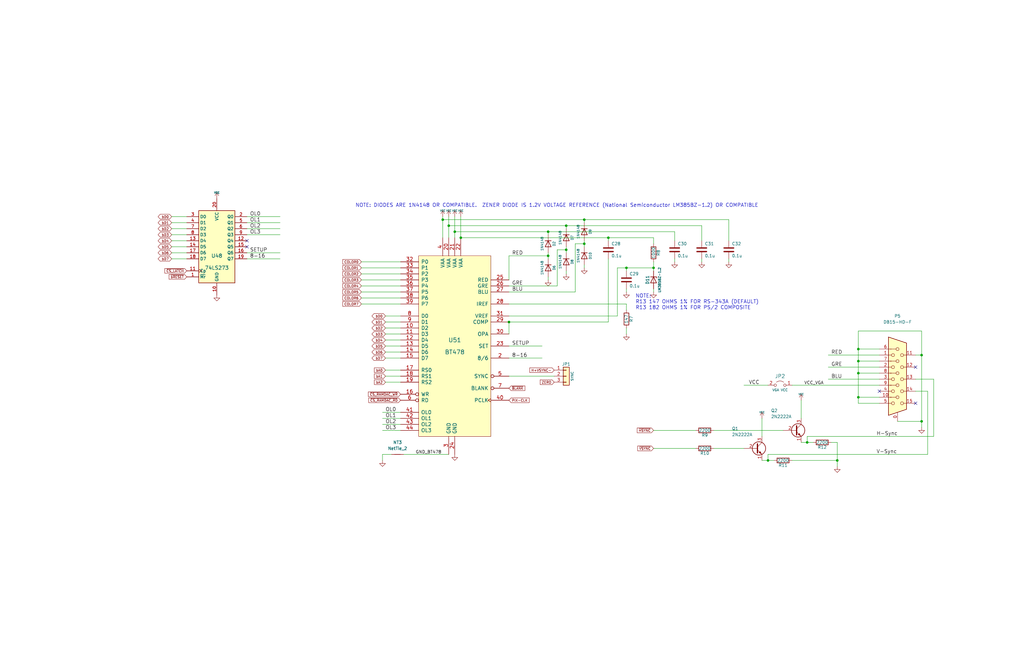
<source format=kicad_sch>
(kicad_sch (version 20211123) (generator eeschema)
  (paper "B")
  (lib_symbols
    (symbol "74xx:74LS273"
      (property "Reference" "U" (at -7.62 16.51 0))
      (property "Value" "74LS273" (at -7.62 -16.51 0))
      (symbol "74LS273_1_0"
        (pin input line (at -12.7 -12.7 0) (length 5.08) (name "~{Mr}") (number "1"))
        (pin power_in line (at 0 -20.32 90) (length 5.08) (name "GND") (number "10"))
        (pin input clock (at -12.7 -10.16 0) (length 5.08) (name "Cp") (number "11"))
        (pin output line (at 12.7 2.54 180) (length 5.08) (name "Q4") (number "12"))
        (pin input line (at -12.7 2.54 0) (length 5.08) (name "D4") (number "13"))
        (pin input line (at -12.7 0 0) (length 5.08) (name "D5") (number "14"))
        (pin output line (at 12.7 0 180) (length 5.08) (name "Q5") (number "15"))
        (pin output line (at 12.7 -2.54 180) (length 5.08) (name "Q6") (number "16"))
        (pin input line (at -12.7 -2.54 0) (length 5.08) (name "D6") (number "17"))
        (pin input line (at -12.7 -5.08 0) (length 5.08) (name "D7") (number "18"))
        (pin output line (at 12.7 -5.08 180) (length 5.08) (name "Q7") (number "19"))
        (pin output line (at 12.7 12.7 180) (length 5.08) (name "Q0") (number "2"))
        (pin power_in line (at 0 20.32 270) (length 5.08) (name "VCC") (number "20"))
        (pin input line (at -12.7 12.7 0) (length 5.08) (name "D0") (number "3"))
        (pin input line (at -12.7 10.16 0) (length 5.08) (name "D1") (number "4"))
        (pin output line (at 12.7 10.16 180) (length 5.08) (name "Q1") (number "5"))
        (pin output line (at 12.7 7.62 180) (length 5.08) (name "Q2") (number "6"))
        (pin input line (at -12.7 7.62 0) (length 5.08) (name "D2") (number "7"))
        (pin input line (at -12.7 5.08 0) (length 5.08) (name "D3") (number "8"))
        (pin output line (at 12.7 5.08 180) (length 5.08) (name "Q3") (number "9"))
      )
      (symbol "74LS273_1_1"
        (rectangle (start -7.62 15.24) (end 7.62 -15.24) (stroke (width 0.254)) (fill (type background)))
      )
    )
    (symbol "BT478:BT478-brooktre1" (pin_names (offset 1.016))
      (property "Reference" "U?" (at 0 2.54 0))
      (property "Value" "BT478-brooktre1" (at 0 -2.54 0))
      (symbol "BT478-brooktre1_0_1"
        (rectangle (start -15.24 -38.1) (end 15.24 38.1) (fill (type background)))
      )
      (symbol "BT478-brooktre1_1_1"
        (pin no_connect line (at 17.78 -29.21 180) (length 2.54) hide (name "NC") (number "1"))
        (pin input line (at -22.86 7.62 0) (length 7.62) (name "D2") (number "10"))
        (pin input line (at -22.86 5.08 0) (length 7.62) (name "D3") (number "11"))
        (pin input line (at -22.86 2.54 0) (length 7.62) (name "D4") (number "12"))
        (pin input line (at -22.86 0 0) (length 7.62) (name "D5") (number "13"))
        (pin input line (at -22.86 -2.54 0) (length 7.62) (name "D6") (number "14"))
        (pin input line (at -22.86 -5.08 0) (length 7.62) (name "D7") (number "15"))
        (pin input inverted (at -22.86 -20.32 0) (length 7.62) (name "WR") (number "16"))
        (pin input line (at -22.86 -10.16 0) (length 7.62) (name "RS0") (number "17"))
        (pin input line (at -22.86 -12.7 0) (length 7.62) (name "RS1") (number "18"))
        (pin input line (at -22.86 -15.24 0) (length 7.62) (name "RS2") (number "19"))
        (pin input line (at 22.86 -5.08 180) (length 7.62) (name "8/6") (number "2"))
        (pin input line (at -2.54 45.72 270) (length 7.62) (name "VAA") (number "20"))
        (pin input line (at 0 45.72 270) (length 7.62) (name "VAA") (number "21"))
        (pin input line (at 2.54 45.72 270) (length 7.62) (name "VAA") (number "22"))
        (pin input line (at 22.86 0 180) (length 7.62) (name "SET") (number "23"))
        (pin input line (at 0 -45.72 90) (length 7.62) (name "GND") (number "24"))
        (pin output line (at 22.86 27.94 180) (length 7.62) (name "RED") (number "25"))
        (pin output line (at 22.86 25.4 180) (length 7.62) (name "GRE") (number "26"))
        (pin output line (at 22.86 22.86 180) (length 7.62) (name "BLU") (number "27"))
        (pin input line (at 22.86 17.78 180) (length 7.62) (name "IREF") (number "28"))
        (pin input line (at 22.86 10.16 180) (length 7.62) (name "COMP") (number "29"))
        (pin input line (at -2.54 -45.72 90) (length 7.62) (name "GND") (number "3"))
        (pin output line (at 22.86 5.08 180) (length 7.62) (name "OPA") (number "30"))
        (pin input line (at 22.86 12.7 180) (length 7.62) (name "VREF") (number "31"))
        (pin input line (at -22.86 35.56 0) (length 7.62) (name "P0") (number "32"))
        (pin input line (at -22.86 33.02 0) (length 7.62) (name "P1") (number "33"))
        (pin input line (at -22.86 30.48 0) (length 7.62) (name "P2") (number "34"))
        (pin input line (at -22.86 27.94 0) (length 7.62) (name "P3") (number "35"))
        (pin input line (at -22.86 25.4 0) (length 7.62) (name "P4") (number "36"))
        (pin input line (at -22.86 22.86 0) (length 7.62) (name "P5") (number "37"))
        (pin input line (at -22.86 20.32 0) (length 7.62) (name "P6") (number "38"))
        (pin input line (at -22.86 17.78 0) (length 7.62) (name "P7") (number "39"))
        (pin input line (at -5.08 45.72 270) (length 7.62) (name "VAA") (number "4"))
        (pin input clock (at 22.86 -22.86 180) (length 7.62) (name "PCLK") (number "40"))
        (pin input line (at -22.86 -27.94 0) (length 7.62) (name "OL0") (number "41"))
        (pin input line (at -22.86 -30.48 0) (length 7.62) (name "OL1") (number "42"))
        (pin input line (at -22.86 -33.02 0) (length 7.62) (name "OL2") (number "43"))
        (pin input line (at -22.86 -35.56 0) (length 7.62) (name "OL3") (number "44"))
        (pin input inverted (at 22.86 -12.7 180) (length 7.62) (name "SYNC") (number "5"))
        (pin input inverted (at -22.86 -22.86 0) (length 7.62) (name "RD") (number "6"))
        (pin input inverted (at 22.86 -17.78 180) (length 7.62) (name "BLANK") (number "7"))
        (pin input line (at -22.86 12.7 0) (length 7.62) (name "D0") (number "8"))
        (pin input line (at -22.86 10.16 0) (length 7.62) (name "D1") (number "9"))
      )
    )
    (symbol "Connector:DB15_Female_HighDensity_MountingHoles" (pin_names (offset 1.016) hide)
      (property "Reference" "J" (at 0 21.59 0))
      (property "Value" "DB15_Female_HighDensity_MountingHoles" (at 0 19.05 0))
      (symbol "DB15_Female_HighDensity_MountingHoles_0_1"
        (circle (center -1.905 -10.16) (radius 0.635))
        (circle (center -1.905 -5.08) (radius 0.635))
        (circle (center -1.905 0) (radius 0.635))
        (circle (center -1.905 5.08) (radius 0.635))
        (circle (center -1.905 10.16) (radius 0.635))
        (circle (center 0 -7.62) (radius 0.635))
        (circle (center 0 -2.54) (radius 0.635))
        (polyline (pts (xy -3.175 7.62) (xy -0.635 7.62)))
        (polyline (pts (xy -0.635 -7.62) (xy -3.175 -7.62)))
        (polyline (pts (xy -0.635 -2.54) (xy -3.175 -2.54)))
        (polyline (pts (xy -0.635 2.54) (xy -3.175 2.54)))
        (polyline (pts (xy -0.635 12.7) (xy -3.175 12.7)))
        (polyline (pts (xy -3.81 17.78) (xy -3.81 -15.24) (xy 3.81 -12.7) (xy 3.81 15.24) (xy -3.81 17.78)) (stroke (width 0.254)) (fill (type background)))
        (circle (center 0 2.54) (radius 0.635))
        (circle (center 0 7.62) (radius 0.635))
        (circle (center 0 12.7) (radius 0.635))
        (circle (center 1.905 -10.16) (radius 0.635))
        (circle (center 1.905 -5.08) (radius 0.635))
        (circle (center 1.905 0) (radius 0.635))
        (circle (center 1.905 5.08) (radius 0.635))
        (circle (center 1.905 10.16) (radius 0.635))
      )
      (symbol "DB15_Female_HighDensity_MountingHoles_1_1"
        (pin passive line (at 0 -17.78 90) (length 3.81) (name "~") (number "0"))
        (pin passive line (at -7.62 10.16 0) (length 5.08) (name "~") (number "1"))
        (pin passive line (at -7.62 -7.62 0) (length 5.08) (name "~") (number "10"))
        (pin passive line (at 7.62 10.16 180) (length 5.08) (name "~") (number "11"))
        (pin passive line (at 7.62 5.08 180) (length 5.08) (name "~") (number "12"))
        (pin passive line (at 7.62 0 180) (length 5.08) (name "~") (number "13"))
        (pin passive line (at 7.62 -5.08 180) (length 5.08) (name "~") (number "14"))
        (pin passive line (at 7.62 -10.16 180) (length 5.08) (name "~") (number "15"))
        (pin passive line (at -7.62 5.08 0) (length 5.08) (name "~") (number "2"))
        (pin passive line (at -7.62 0 0) (length 5.08) (name "~") (number "3"))
        (pin passive line (at -7.62 -5.08 0) (length 5.08) (name "~") (number "4"))
        (pin passive line (at -7.62 -10.16 0) (length 5.08) (name "~") (number "5"))
        (pin passive line (at -7.62 12.7 0) (length 5.08) (name "~") (number "6"))
        (pin passive line (at -7.62 7.62 0) (length 5.08) (name "~") (number "7"))
        (pin passive line (at -7.62 2.54 0) (length 5.08) (name "~") (number "8"))
        (pin passive line (at -7.62 -2.54 0) (length 5.08) (name "~") (number "9"))
      )
    )
    (symbol "Connector_Generic:Conn_01x03" (pin_names (offset 1.016) hide)
      (property "Reference" "J" (at 0 5.08 0))
      (property "Value" "Conn_01x03" (at 0 -5.08 0))
      (symbol "Conn_01x03_1_1"
        (rectangle (start -1.27 -2.413) (end 0 -2.667) (stroke (width 0.1524)))
        (rectangle (start -1.27 0.127) (end 0 -0.127) (stroke (width 0.1524)))
        (rectangle (start -1.27 2.667) (end 0 2.413) (stroke (width 0.1524)))
        (rectangle (start -1.27 3.81) (end 1.27 -3.81) (stroke (width 0.254)) (fill (type background)))
        (pin passive line (at -5.08 2.54 0) (length 3.81) (name "Pin_1") (number "1"))
        (pin passive line (at -5.08 0 0) (length 3.81) (name "Pin_2") (number "2"))
        (pin passive line (at -5.08 -2.54 0) (length 3.81) (name "Pin_3") (number "3"))
      )
    )
    (symbol "Device:C" (pin_numbers hide) (pin_names (offset 0.254))
      (property "Reference" "C" (at 0.635 2.54 0))
      (property "Value" "C" (at 0.635 -2.54 0))
      (symbol "C_0_1"
        (polyline (pts (xy -2.032 -0.762) (xy 2.032 -0.762)) (stroke (width 0.508)))
        (polyline (pts (xy -2.032 0.762) (xy 2.032 0.762)) (stroke (width 0.508)))
      )
      (symbol "C_1_1"
        (pin passive line (at 0 3.81 270) (length 2.794) (name "~") (number "1"))
        (pin passive line (at 0 -3.81 90) (length 2.794) (name "~") (number "2"))
      )
    )
    (symbol "Device:D" (pin_numbers hide) (pin_names (offset 1.016) hide)
      (property "Reference" "D" (at 0 2.54 0))
      (property "Value" "D" (at 0 -2.54 0))
      (symbol "D_0_1"
        (polyline (pts (xy -1.27 1.27) (xy -1.27 -1.27)) (stroke (width 0.254)))
        (polyline (pts (xy 1.27 0) (xy -1.27 0)))
        (polyline (pts (xy 1.27 1.27) (xy 1.27 -1.27) (xy -1.27 0) (xy 1.27 1.27)) (stroke (width 0.254)))
      )
      (symbol "D_1_1"
        (pin passive line (at -3.81 0 0) (length 2.54) (name "K") (number "1"))
        (pin passive line (at 3.81 0 180) (length 2.54) (name "A") (number "2"))
      )
    )
    (symbol "Device:D_Zener" (pin_numbers hide) (pin_names (offset 1.016) hide)
      (property "Reference" "D" (at 0 2.54 0))
      (property "Value" "D_Zener" (at 0 -2.54 0))
      (symbol "D_Zener_0_1"
        (polyline (pts (xy 1.27 0) (xy -1.27 0)))
        (polyline (pts (xy -1.27 -1.27) (xy -1.27 1.27) (xy -0.762 1.27)) (stroke (width 0.254)))
        (polyline (pts (xy 1.27 -1.27) (xy 1.27 1.27) (xy -1.27 0) (xy 1.27 -1.27)) (stroke (width 0.254)))
      )
      (symbol "D_Zener_1_1"
        (pin passive line (at -3.81 0 0) (length 2.54) (name "K") (number "1"))
        (pin passive line (at 3.81 0 180) (length 2.54) (name "A") (number "2"))
      )
    )
    (symbol "Device:NetTie_2" (pin_numbers hide) (pin_names (offset 0) hide) (in_bom no)
      (property "Reference" "NT" (at 0 1.27 0))
      (property "Value" "NetTie_2" (at 0 -1.27 0))
      (symbol "NetTie_2_0_1"
        (polyline (pts (xy -1.27 0) (xy 1.27 0)) (stroke (width 0.254)))
      )
      (symbol "NetTie_2_1_1"
        (pin passive line (at -2.54 0 0) (length 2.54) (name "1") (number "1"))
        (pin passive line (at 2.54 0 180) (length 2.54) (name "2") (number "2"))
      )
    )
    (symbol "Device:Q_NPN_EBC" (pin_names (offset 0) hide)
      (property "Reference" "Q" (at 5.08 1.27 0))
      (property "Value" "Q_NPN_EBC" (at 5.08 -1.27 0))
      (symbol "Q_NPN_EBC_0_1"
        (polyline (pts (xy 0.635 0.635) (xy 2.54 2.54)))
        (polyline (pts (xy 0.635 -0.635) (xy 2.54 -2.54) (xy 2.54 -2.54)))
        (polyline (pts (xy 0.635 1.905) (xy 0.635 -1.905) (xy 0.635 -1.905)) (stroke (width 0.508)))
        (polyline (pts (xy 1.27 -1.778) (xy 1.778 -1.27) (xy 2.286 -2.286) (xy 1.27 -1.778) (xy 1.27 -1.778)) (fill (type outline)))
        (circle (center 1.27 0) (radius 2.8194) (stroke (width 0.254)))
      )
      (symbol "Q_NPN_EBC_1_1"
        (pin passive line (at 2.54 -5.08 90) (length 2.54) (name "E") (number "1"))
        (pin passive line (at -5.08 0 0) (length 5.715) (name "B") (number "2"))
        (pin passive line (at 2.54 5.08 270) (length 2.54) (name "C") (number "3"))
      )
    )
    (symbol "Device:R" (pin_numbers hide) (pin_names (offset 0))
      (property "Reference" "R" (at 2.032 0 90))
      (property "Value" "R" (at 0 0 90))
      (symbol "R_0_1"
        (rectangle (start -1.016 -2.54) (end 1.016 2.54) (stroke (width 0.254)))
      )
      (symbol "R_1_1"
        (pin passive line (at 0 3.81 270) (length 1.27) (name "~") (number "1"))
        (pin passive line (at 0 -3.81 90) (length 1.27) (name "~") (number "2"))
      )
    )
    (symbol "Jumper:Jumper_2_Open" (pin_names (offset 0) hide)
      (property "Reference" "JP" (at 0 2.794 0))
      (property "Value" "Jumper_2_Open" (at 0 -2.286 0))
      (symbol "Jumper_2_Open_0_0"
        (circle (center -2.032 0) (radius 0.508))
        (circle (center 2.032 0) (radius 0.508))
      )
      (symbol "Jumper_2_Open_0_1"
        (arc (start 1.524 1.27) (mid 0 1.778) (end -1.524 1.27))
      )
      (symbol "Jumper_2_Open_1_1"
        (pin passive line (at -5.08 0 0) (length 2.54) (name "A") (number "1"))
        (pin passive line (at 5.08 0 180) (length 2.54) (name "B") (number "2"))
      )
    )
    (symbol "power:GND" (power) (pin_names (offset 0))
      (property "Value" "GND" (at 0 -3.81 0))
      (symbol "GND_0_1"
        (polyline (pts (xy 0 0) (xy 0 -1.27) (xy 1.27 -1.27) (xy 0 -2.54) (xy -1.27 -1.27) (xy 0 -1.27)))
      )
      (symbol "GND_1_1"
        (pin power_in line (at 0 0 270) (length 0) hide (name "GND") (number "1"))
      )
    )
    (symbol "power:VCC" (power) (pin_names (offset 0))
      (property "Value" "VCC" (at 0 3.81 0))
      (symbol "VCC_0_1"
        (polyline (pts (xy -0.762 1.27) (xy 0 2.54)))
        (polyline (pts (xy 0 0) (xy 0 2.54)))
        (polyline (pts (xy 0 2.54) (xy 0.762 1.27)))
      )
      (symbol "VCC_1_1"
        (pin power_in line (at 0 0 90) (length 0) hide (name "VCC") (number "1"))
      )
    )
  )
  (junction (at 246.38 102.87))
  (junction (at 388.62 177.8))
  (junction (at 231.14 97.79))
  (junction (at 238.76 95.25))
  (junction (at 361.95 147.32))
  (junction (at 361.95 152.4))
  (junction (at 246.38 92.71))
  (junction (at 361.95 167.64))
  (junction (at 231.14 107.95))
  (junction (at 194.31 100.33))
  (junction (at 264.16 113.03))
  (junction (at 186.69 92.71))
  (junction (at 353.06 194.31))
  (junction (at 275.59 113.03))
  (junction (at 340.36 186.69))
  (junction (at 191.77 97.79))
  (junction (at 214.63 135.89))
  (junction (at 388.62 149.86))
  (junction (at 238.76 105.41))
  (junction (at 256.54 100.33))
  (junction (at 323.85 194.31))
  (junction (at 361.95 157.48))
  (junction (at 189.23 95.25))
  (no_connect (at 104.14 101.6))
  (no_connect (at 104.14 104.14))
  (no_connect (at 386.08 154.94))
  (no_connect (at 370.84 165.1))
  (no_connect (at 386.08 170.18))
  (wire (pts (xy 191.77 97.79) (xy 231.14 97.79)))
  (wire (pts (xy 246.38 93.98) (xy 246.38 92.71)))
  (wire (pts (xy 275.59 110.49) (xy 275.59 113.03)))
  (wire (pts (xy 361.95 152.4) (xy 370.84 152.4)))
  (wire (pts (xy 231.14 107.95) (xy 231.14 106.68)))
  (wire (pts (xy 391.16 191.77) (xy 391.16 165.1)))
  (wire (pts (xy 162.56 156.21) (xy 168.91 156.21)))
  (wire (pts (xy 361.95 152.4) (xy 361.95 157.48)))
  (wire (pts (xy 162.56 138.43) (xy 168.91 138.43)))
  (wire (pts (xy 246.38 104.14) (xy 246.38 102.87)))
  (wire (pts (xy 168.91 120.65) (xy 152.4 120.65)))
  (wire (pts (xy 118.11 93.98) (xy 104.14 93.98)))
  (wire (pts (xy 264.16 113.03) (xy 275.59 113.03)))
  (wire (pts (xy 72.39 101.6) (xy 78.74 101.6)))
  (wire (pts (xy 231.14 109.22) (xy 231.14 107.95)))
  (wire (pts (xy 238.76 106.68) (xy 238.76 105.41)))
  (wire (pts (xy 334.01 194.31) (xy 353.06 194.31)))
  (wire (pts (xy 189.23 95.25) (xy 238.76 95.25)))
  (wire (pts (xy 275.59 113.03) (xy 275.59 114.3)))
  (wire (pts (xy 162.56 161.29) (xy 168.91 161.29)))
  (wire (pts (xy 191.77 97.79) (xy 191.77 100.33)))
  (wire (pts (xy 161.29 191.77) (xy 161.29 194.31)))
  (wire (pts (xy 162.56 148.59) (xy 168.91 148.59)))
  (wire (pts (xy 214.63 135.89) (xy 214.63 140.97)))
  (wire (pts (xy 323.85 194.31) (xy 326.39 194.31)))
  (wire (pts (xy 340.36 184.15) (xy 340.36 186.69)))
  (wire (pts (xy 378.46 177.8) (xy 388.62 177.8)))
  (wire (pts (xy 260.35 113.03) (xy 264.16 113.03)))
  (wire (pts (xy 386.08 160.02) (xy 393.7 160.02)))
  (wire (pts (xy 386.08 149.86) (xy 388.62 149.86)))
  (wire (pts (xy 118.11 96.52) (xy 104.14 96.52)))
  (wire (pts (xy 264.16 121.92) (xy 264.16 123.19)))
  (wire (pts (xy 234.95 120.65) (xy 214.63 120.65)))
  (wire (pts (xy 260.35 133.35) (xy 260.35 113.03)))
  (wire (pts (xy 388.62 139.7) (xy 361.95 139.7)))
  (wire (pts (xy 256.54 100.33) (xy 275.59 100.33)))
  (wire (pts (xy 118.11 109.22) (xy 104.14 109.22)))
  (wire (pts (xy 295.91 95.25) (xy 295.91 101.6)))
  (wire (pts (xy 275.59 100.33) (xy 275.59 102.87)))
  (wire (pts (xy 228.6 151.13) (xy 214.63 151.13)))
  (wire (pts (xy 242.57 102.87) (xy 246.38 102.87)))
  (wire (pts (xy 295.91 109.22) (xy 295.91 110.49)))
  (wire (pts (xy 275.59 181.61) (xy 293.37 181.61)))
  (wire (pts (xy 162.56 135.89) (xy 168.91 135.89)))
  (wire (pts (xy 72.39 93.98) (xy 78.74 93.98)))
  (wire (pts (xy 353.06 196.85) (xy 353.06 194.31)))
  (wire (pts (xy 340.36 186.69) (xy 337.82 186.69)))
  (wire (pts (xy 168.91 173.99) (xy 161.29 173.99)))
  (wire (pts (xy 275.59 121.92) (xy 275.59 123.19)))
  (wire (pts (xy 300.99 181.61) (xy 330.2 181.61)))
  (wire (pts (xy 388.62 139.7) (xy 388.62 149.86)))
  (wire (pts (xy 321.31 176.53) (xy 321.31 184.15)))
  (wire (pts (xy 307.34 92.71) (xy 307.34 101.6)))
  (wire (pts (xy 72.39 109.22) (xy 78.74 109.22)))
  (wire (pts (xy 162.56 158.75) (xy 168.91 158.75)))
  (wire (pts (xy 350.52 186.69) (xy 353.06 186.69)))
  (wire (pts (xy 168.91 123.19) (xy 152.4 123.19)))
  (wire (pts (xy 388.62 149.86) (xy 388.62 177.8)))
  (wire (pts (xy 361.95 147.32) (xy 361.95 152.4)))
  (wire (pts (xy 361.95 167.64) (xy 370.84 167.64)))
  (wire (pts (xy 72.39 106.68) (xy 78.74 106.68)))
  (wire (pts (xy 162.56 133.35) (xy 168.91 133.35)))
  (wire (pts (xy 246.38 113.03) (xy 246.38 111.76)))
  (wire (pts (xy 284.48 97.79) (xy 284.48 101.6)))
  (wire (pts (xy 353.06 194.31) (xy 353.06 186.69)))
  (wire (pts (xy 231.14 99.06) (xy 231.14 97.79)))
  (wire (pts (xy 393.7 160.02) (xy 393.7 184.15)))
  (wire (pts (xy 234.95 105.41) (xy 234.95 120.65)))
  (wire (pts (xy 231.14 107.95) (xy 214.63 107.95)))
  (wire (pts (xy 361.95 167.64) (xy 361.95 170.18)))
  (wire (pts (xy 242.57 102.87) (xy 242.57 123.19)))
  (wire (pts (xy 118.11 106.68) (xy 104.14 106.68)))
  (wire (pts (xy 256.54 100.33) (xy 256.54 101.6)))
  (wire (pts (xy 214.63 107.95) (xy 214.63 118.11)))
  (wire (pts (xy 307.34 109.22) (xy 307.34 110.49)))
  (wire (pts (xy 168.91 115.57) (xy 152.4 115.57)))
  (wire (pts (xy 323.85 194.31) (xy 323.85 191.77)))
  (wire (pts (xy 168.91 128.27) (xy 152.4 128.27)))
  (wire (pts (xy 168.91 113.03) (xy 152.4 113.03)))
  (wire (pts (xy 186.69 92.71) (xy 186.69 100.33)))
  (wire (pts (xy 168.91 110.49) (xy 152.4 110.49)))
  (wire (pts (xy 168.91 181.61) (xy 161.29 181.61)))
  (wire (pts (xy 228.6 146.05) (xy 214.63 146.05)))
  (wire (pts (xy 72.39 99.06) (xy 78.74 99.06)))
  (wire (pts (xy 162.56 140.97) (xy 168.91 140.97)))
  (wire (pts (xy 361.95 170.18) (xy 370.84 170.18)))
  (wire (pts (xy 189.23 100.33) (xy 189.23 95.25)))
  (wire (pts (xy 214.63 128.27) (xy 264.16 128.27)))
  (wire (pts (xy 370.84 147.32) (xy 361.95 147.32)))
  (wire (pts (xy 118.11 99.06) (xy 104.14 99.06)))
  (wire (pts (xy 246.38 102.87) (xy 246.38 101.6)))
  (wire (pts (xy 284.48 109.22) (xy 284.48 110.49)))
  (wire (pts (xy 370.84 160.02) (xy 349.25 160.02)))
  (wire (pts (xy 194.31 100.33) (xy 256.54 100.33)))
  (wire (pts (xy 162.56 146.05) (xy 168.91 146.05)))
  (wire (pts (xy 370.84 154.94) (xy 349.25 154.94)))
  (wire (pts (xy 264.16 128.27) (xy 264.16 130.81)))
  (wire (pts (xy 393.7 184.15) (xy 340.36 184.15)))
  (wire (pts (xy 118.11 91.44) (xy 104.14 91.44)))
  (wire (pts (xy 72.39 96.52) (xy 78.74 96.52)))
  (wire (pts (xy 214.63 158.75) (xy 233.68 158.75)))
  (wire (pts (xy 334.01 162.56) (xy 370.84 162.56)))
  (wire (pts (xy 170.18 191.77) (xy 189.23 191.77)))
  (wire (pts (xy 238.76 105.41) (xy 234.95 105.41)))
  (wire (pts (xy 256.54 109.22) (xy 256.54 135.89)))
  (wire (pts (xy 388.62 177.8) (xy 388.62 180.34)))
  (wire (pts (xy 361.95 157.48) (xy 361.95 167.64)))
  (wire (pts (xy 186.69 92.71) (xy 246.38 92.71)))
  (wire (pts (xy 214.63 123.19) (xy 242.57 123.19)))
  (wire (pts (xy 238.76 96.52) (xy 238.76 95.25)))
  (wire (pts (xy 313.69 162.56) (xy 323.85 162.56)))
  (wire (pts (xy 391.16 165.1) (xy 386.08 165.1)))
  (wire (pts (xy 161.29 191.77) (xy 165.1 191.77)))
  (wire (pts (xy 214.63 133.35) (xy 260.35 133.35)))
  (wire (pts (xy 238.76 95.25) (xy 295.91 95.25)))
  (wire (pts (xy 264.16 113.03) (xy 264.16 114.3)))
  (wire (pts (xy 361.95 157.48) (xy 370.84 157.48)))
  (wire (pts (xy 275.59 189.23) (xy 293.37 189.23)))
  (wire (pts (xy 168.91 176.53) (xy 161.29 176.53)))
  (wire (pts (xy 231.14 118.11) (xy 231.14 116.84)))
  (wire (pts (xy 264.16 138.43) (xy 264.16 140.97)))
  (wire (pts (xy 168.91 179.07) (xy 161.29 179.07)))
  (wire (pts (xy 162.56 151.13) (xy 168.91 151.13)))
  (wire (pts (xy 72.39 104.14) (xy 78.74 104.14)))
  (wire (pts (xy 323.85 191.77) (xy 391.16 191.77)))
  (wire (pts (xy 340.36 186.69) (xy 342.9 186.69)))
  (wire (pts (xy 300.99 189.23) (xy 313.69 189.23)))
  (wire (pts (xy 246.38 92.71) (xy 307.34 92.71)))
  (wire (pts (xy 162.56 143.51) (xy 168.91 143.51)))
  (wire (pts (xy 238.76 105.41) (xy 238.76 104.14)))
  (wire (pts (xy 168.91 118.11) (xy 152.4 118.11)))
  (wire (pts (xy 370.84 149.86) (xy 349.25 149.86)))
  (wire (pts (xy 361.95 139.7) (xy 361.95 147.32)))
  (wire (pts (xy 194.31 91.44) (xy 194.31 100.33)))
  (wire (pts (xy 72.39 91.44) (xy 78.74 91.44)))
  (wire (pts (xy 256.54 135.89) (xy 214.63 135.89)))
  (wire (pts (xy 189.23 95.25) (xy 189.23 91.44)))
  (wire (pts (xy 337.82 168.91) (xy 337.82 176.53)))
  (wire (pts (xy 238.76 115.57) (xy 238.76 114.3)))
  (wire (pts (xy 231.14 97.79) (xy 284.48 97.79)))
  (wire (pts (xy 321.31 194.31) (xy 323.85 194.31)))
  (wire (pts (xy 168.91 125.73) (xy 152.4 125.73)))
  (wire (pts (xy 191.77 91.44) (xy 191.77 97.79)))
  (wire (pts (xy 186.69 91.44) (xy 186.69 92.71)))
  (text "NOTE: \nR13 147 OHMS 1% FOR RS-343A (DEFAULT)\nR13 182 OHMS 1% FOR PS/2 COMPOSITE" (at 267.97 130.81 0) (effects (font (size 1.524 1.524)) (justify left bottom)))
  (text "NOTE: DIODES ARE 1N4148 OR COMPATIBLE.  ZENER DIODE IS 1.2V VOLTAGE REFERENCE (National Semiconductor LM385BZ-1.2) OR COMPATIBLE" (at 149.86 87.63 0) (effects (font (size 1.524 1.524)) (justify left bottom)))
  (label "VCC_VGA" (at 339.09 162.56 0))
  (label "OL3" (at 162.56 181.61 0) (effects (font (size 1.524 1.524))))
  (label "OL3" (at 105.41 99.06 0) (effects (font (size 1.524 1.524))))
  (label "GND_BT478" (at 175.26 191.77 0))
  (label "SETUP" (at 215.9 146.05 0) (effects (font (size 1.524 1.524))))
  (label "RED" (at 215.9 107.95 0) (effects (font (size 1.524 1.524))))
  (label "V-Sync" (at 369.57 191.77 0) (effects (font (size 1.524 1.524))))
  (label "RED" (at 350.52 149.86 0) (effects (font (size 1.524 1.524))))
  (label "OL2" (at 105.41 96.52 0) (effects (font (size 1.524 1.524))))
  (label "BLU" (at 215.9 123.19 0) (effects (font (size 1.524 1.524))))
  (label "8-16" (at 215.9 151.13 0) (effects (font (size 1.524 1.524))))
  (label "OL2" (at 162.56 179.07 0) (effects (font (size 1.524 1.524))))
  (label "VCC" (at 315.722 162.56 0) (effects (font (size 1.524 1.524))))
  (label "GRE" (at 350.52 154.94 0) (effects (font (size 1.524 1.524))))
  (label "H-Sync" (at 369.57 184.15 0) (effects (font (size 1.524 1.524))))
  (label "OL1" (at 162.56 176.53 0) (effects (font (size 1.524 1.524))))
  (label "SETUP" (at 105.41 106.68 0) (effects (font (size 1.524 1.524))))
  (label "BLU" (at 350.52 160.02 0) (effects (font (size 1.524 1.524))))
  (label "OL0" (at 162.56 173.99 0) (effects (font (size 1.524 1.524))))
  (label "8-16" (at 105.41 109.22 0) (effects (font (size 1.524 1.524))))
  (label "OL1" (at 105.41 93.98 0) (effects (font (size 1.524 1.524))))
  (label "GRE" (at 215.9 120.65 0) (effects (font (size 1.524 1.524))))
  (label "OL0" (at 105.41 91.44 0) (effects (font (size 1.524 1.524))))
  (global_label "bD1" (shape bidirectional) (at 162.56 135.89 180) (effects (font (size 1.016 1.016))) (property "Intersheet References" "${INTERSHEET_REFS}" (effects hide)))
  (global_label "bD4" (shape bidirectional) (at 72.39 101.6 180) (effects (font (size 1.016 1.016))) (property "Intersheet References" "${INTERSHEET_REFS}" (effects hide)))
  (global_label "COLOR4" (shape input) (at 152.4 120.65 180) (effects (font (size 1.016 1.016))) (property "Intersheet References" "${INTERSHEET_REFS}" (effects hide)))
  (global_label "bA0" (shape input) (at 162.56 156.21 180) (effects (font (size 1.016 1.016))) (property "Intersheet References" "${INTERSHEET_REFS}" (effects hide)))
  (global_label "COLOR5" (shape input) (at 152.4 123.19 180) (effects (font (size 1.016 1.016))) (property "Intersheet References" "${INTERSHEET_REFS}" (effects hide)))
  (global_label "bA2" (shape input) (at 162.56 161.29 180) (effects (font (size 1.016 1.016))) (property "Intersheet References" "${INTERSHEET_REFS}" (effects hide)))
  (global_label "bD2" (shape bidirectional) (at 162.56 138.43 180) (effects (font (size 1.016 1.016))) (property "Intersheet References" "${INTERSHEET_REFS}" (effects hide)))
  (global_label "COLOR7" (shape input) (at 152.4 128.27 180) (effects (font (size 1.016 1.016))) (property "Intersheet References" "${INTERSHEET_REFS}" (effects hide)))
  (global_label "~{VSYNC}" (shape input) (at 275.59 189.23 180) (effects (font (size 1.016 1.016))) (property "Intersheet References" "${INTERSHEET_REFS}" (effects hide)))
  (global_label "bD6" (shape bidirectional) (at 162.56 148.59 180) (effects (font (size 1.016 1.016))) (property "Intersheet References" "${INTERSHEET_REFS}" (effects hide)))
  (global_label "~{CS_RAMDAC_WR}" (shape input) (at 168.91 166.37 180) (effects (font (size 1.016 1.016))) (property "Intersheet References" "${INTERSHEET_REFS}" (effects hide)))
  (global_label "bD5" (shape bidirectional) (at 72.39 104.14 180) (effects (font (size 1.016 1.016))) (property "Intersheet References" "${INTERSHEET_REFS}" (effects hide)))
  (global_label "bD5" (shape bidirectional) (at 162.56 146.05 180) (effects (font (size 1.016 1.016))) (property "Intersheet References" "${INTERSHEET_REFS}" (effects hide)))
  (global_label "bD4" (shape bidirectional) (at 162.56 143.51 180) (effects (font (size 1.016 1.016))) (property "Intersheet References" "${INTERSHEET_REFS}" (effects hide)))
  (global_label "PIX-CLK" (shape input) (at 214.63 168.91 0) (effects (font (size 1.016 1.016))) (property "Intersheet References" "${INTERSHEET_REFS}" (effects hide)))
  (global_label "~{HSYNC}" (shape input) (at 275.59 181.61 180) (effects (font (size 1.016 1.016))) (property "Intersheet References" "${INTERSHEET_REFS}" (effects hide)))
  (global_label "COLOR6" (shape input) (at 152.4 125.73 180) (effects (font (size 1.016 1.016))) (property "Intersheet References" "${INTERSHEET_REFS}" (effects hide)))
  (global_label "~{CS_LATCH}" (shape input) (at 78.74 114.3 180) (effects (font (size 1.016 1.016))) (property "Intersheet References" "${INTERSHEET_REFS}" (effects hide)))
  (global_label "bD7" (shape bidirectional) (at 162.56 151.13 180) (effects (font (size 1.016 1.016))) (property "Intersheet References" "${INTERSHEET_REFS}" (effects hide)))
  (global_label "bD6" (shape bidirectional) (at 72.39 106.68 180) (effects (font (size 1.016 1.016))) (property "Intersheet References" "${INTERSHEET_REFS}" (effects hide)))
  (global_label "bD0" (shape bidirectional) (at 72.39 91.44 180) (effects (font (size 1.016 1.016))) (property "Intersheet References" "${INTERSHEET_REFS}" (effects hide)))
  (global_label "~{BLANK}" (shape input) (at 214.63 163.83 0) (effects (font (size 1.016 1.016))) (property "Intersheet References" "${INTERSHEET_REFS}" (effects hide)))
  (global_label "ZERO" (shape input) (at 233.68 161.29 180) (effects (font (size 1.016 1.016))) (property "Intersheet References" "${INTERSHEET_REFS}" (effects hide)))
  (global_label "bA1" (shape input) (at 162.56 158.75 180) (effects (font (size 1.016 1.016))) (property "Intersheet References" "${INTERSHEET_REFS}" (effects hide)))
  (global_label "bD7" (shape bidirectional) (at 72.39 109.22 180) (effects (font (size 1.016 1.016))) (property "Intersheet References" "${INTERSHEET_REFS}" (effects hide)))
  (global_label "bD3" (shape bidirectional) (at 162.56 140.97 180) (effects (font (size 1.016 1.016))) (property "Intersheet References" "${INTERSHEET_REFS}" (effects hide)))
  (global_label "bD0" (shape bidirectional) (at 162.56 133.35 180) (effects (font (size 1.016 1.016))) (property "Intersheet References" "${INTERSHEET_REFS}" (effects hide)))
  (global_label "COLOR0" (shape input) (at 152.4 110.49 180) (effects (font (size 1.016 1.016))) (property "Intersheet References" "${INTERSHEET_REFS}" (effects hide)))
  (global_label "COLOR3" (shape input) (at 152.4 118.11 180) (effects (font (size 1.016 1.016))) (property "Intersheet References" "${INTERSHEET_REFS}" (effects hide)))
  (global_label "bD2" (shape bidirectional) (at 72.39 96.52 180) (effects (font (size 1.016 1.016))) (property "Intersheet References" "${INTERSHEET_REFS}" (effects hide)))
  (global_label "bD1" (shape bidirectional) (at 72.39 93.98 180) (effects (font (size 1.016 1.016))) (property "Intersheet References" "${INTERSHEET_REFS}" (effects hide)))
  (global_label "COLOR2" (shape input) (at 152.4 115.57 180) (effects (font (size 1.016 1.016))) (property "Intersheet References" "${INTERSHEET_REFS}" (effects hide)))
  (global_label "~{CS_RAMDAC_RD}" (shape input) (at 168.91 168.91 180) (effects (font (size 1.016 1.016))) (property "Intersheet References" "${INTERSHEET_REFS}" (effects hide)))
  (global_label "bD3" (shape bidirectional) (at 72.39 99.06 180) (effects (font (size 1.016 1.016))) (property "Intersheet References" "${INTERSHEET_REFS}" (effects hide)))
  (global_label "COLOR1" (shape input) (at 152.4 113.03 180) (effects (font (size 1.016 1.016))) (property "Intersheet References" "${INTERSHEET_REFS}" (effects hide)))
  (global_label "~{bRESET}" (shape input) (at 78.74 116.84 180) (effects (font (size 1.016 1.016))) (property "Intersheet References" "${INTERSHEET_REFS}" (effects hide)))
  (global_label "H+VSYNC-" (shape input) (at 233.68 156.21 180) (effects (font (size 1.016 1.016))) (property "Intersheet References" "${INTERSHEET_REFS}" (effects hide)))
  (symbol (lib_id "Device:R") (at 297.18 181.61 270) (unit 1)
    (property "Reference" "R9" (at 297.18 183.642 90))
    (property "Value" "2200" (at 297.18 181.61 90))
    (property "Footprint" "Resistor_THT:R_Axial_DIN0207_L6.3mm_D2.5mm_P7.62mm_Horizontal" (effects hide))
  )
  (symbol (lib_id "power:GND") (at 275.59 123.19 0) (unit 1)
    (property "Reference" "#PWR0103" (effects hide))
    (property "Value" "GND" (effects hide))
  )
  (symbol (lib_id "Device:Q_NPN_EBC") (at 318.77 189.23 0) (unit 1)
    (property "Reference" "Q1" (at 308.61 181.61 0) (effects (justify left bottom)))
    (property "Value" "2N2222A" (at 308.61 184.15 0) (effects (justify left bottom)))
    (property "Footprint" "Package_TO_SOT_THT:TO-92L_Inline" (effects hide))
  )
  (symbol (lib_id "Device:D") (at 238.76 110.49 270) (unit 1)
    (property "Reference" "D8" (at 241.3 110.49 0) (effects (font (size 1.016 1.016))))
    (property "Value" "1N4148" (at 236.22 110.49 0) (effects (font (size 1.016 1.016))))
    (property "Footprint" "Diode_THT:D_DO-41_SOD81_P7.62mm_Horizontal" (effects hide))
  )
  (symbol (lib_id "power:VCC") (at 186.69 91.44 0) (unit 1)
    (property "Reference" "#PWR093" (effects hide))
    (property "Value" "VCC" (at 186.69 88.9 0) (effects (font (size 0.762 0.762))))
  )
  (symbol (lib_id "power:GND") (at 231.14 118.11 0) (unit 1)
    (property "Reference" "#PWR098" (effects hide))
    (property "Value" "GND" (effects hide))
  )
  (symbol (lib_id "Device:D_Zener") (at 275.59 118.11 270) (unit 1)
    (property "Reference" "D11" (at 273.05 118.11 0))
    (property "Value" "LM385BZ-1.2" (at 278.13 118.11 0) (effects (font (size 1.016 1.016))))
    (property "Footprint" "Package_TO_SOT_THT:TO-92L_Inline" (effects hide))
  )
  (symbol (lib_id "power:VCC") (at 91.44 83.82 0) (unit 1)
    (property "Reference" "#PWR090" (effects hide))
    (property "Value" "VCC" (at 91.44 81.28 0) (effects (font (size 0.762 0.762))))
  )
  (symbol (lib_id "power:VCC") (at 321.31 176.53 0) (unit 1)
    (property "Reference" "#PWR0107" (effects hide))
    (property "Value" "VCC" (at 321.31 173.99 0) (effects (font (size 0.762 0.762))))
  )
  (symbol (lib_id "Device:R") (at 297.18 189.23 270) (unit 1)
    (property "Reference" "R10" (at 297.18 191.262 90))
    (property "Value" "2200" (at 297.18 189.23 90))
    (property "Footprint" "Resistor_THT:R_Axial_DIN0207_L6.3mm_D2.5mm_P7.62mm_Horizontal" (effects hide))
  )
  (symbol (lib_id "Device:R") (at 346.71 186.69 270) (unit 1)
    (property "Reference" "R12" (at 346.71 188.722 90))
    (property "Value" "2200" (at 346.71 186.69 90))
    (property "Footprint" "Resistor_THT:R_Axial_DIN0207_L6.3mm_D2.5mm_P7.62mm_Horizontal" (effects hide))
  )
  (symbol (lib_id "BT478:BT478-brooktre1") (at 191.77 146.05 0) (unit 1)
    (property "Reference" "U51" (at 191.77 143.51 0) (effects (font (size 1.778 1.778))))
    (property "Value" "BT478" (at 191.77 148.59 0) (effects (font (size 1.778 1.778))))
    (property "Footprint" "Package_LCC:PLCC-44_THT-Socket" (effects hide))
  )
  (symbol (lib_id "power:GND") (at 238.76 115.57 0) (unit 1)
    (property "Reference" "#PWR099" (effects hide))
    (property "Value" "GND" (effects hide))
  )
  (symbol (lib_id "power:GND") (at 284.48 110.49 0) (unit 1)
    (property "Reference" "#PWR0104" (effects hide))
    (property "Value" "GND" (effects hide))
  )
  (symbol (lib_id "Connector:DB15_Female_HighDensity_MountingHoles") (at 378.46 160.02 0) (unit 1)
    (property "Reference" "P5" (at 378.46 133.35 0))
    (property "Value" "DB15-HD-F" (at 378.46 135.89 0))
    (property "Footprint" "Connector_Dsub:DSUB-15-HD_Female_Horizontal_P2.29x1.98mm_EdgePinOffset3.03mm_Housed_MountingHolesOffset4.94mm" (effects hide))
    (property "Datasheet" " ~" (effects hide))
  )
  (symbol (lib_id "Device:D") (at 231.14 113.03 270) (unit 1)
    (property "Reference" "D6" (at 233.68 113.03 0) (effects (font (size 1.016 1.016))))
    (property "Value" "1N4148" (at 228.6 113.03 0) (effects (font (size 1.016 1.016))))
    (property "Footprint" "Diode_THT:D_DO-41_SOD81_P7.62mm_Horizontal" (effects hide))
  )
  (symbol (lib_id "Device:D") (at 246.38 107.95 270) (unit 1)
    (property "Reference" "D10" (at 248.92 107.95 0) (effects (font (size 1.016 1.016))))
    (property "Value" "1N4148" (at 243.84 107.95 0) (effects (font (size 1.016 1.016))))
    (property "Footprint" "Diode_THT:D_DO-41_SOD81_P7.62mm_Horizontal" (effects hide))
  )
  (symbol (lib_id "power:VCC") (at 194.31 91.44 0) (unit 1)
    (property "Reference" "#PWR097" (effects hide))
    (property "Value" "VCC" (at 194.31 88.9 0) (effects (font (size 0.762 0.762))))
  )
  (symbol (lib_id "Device:C") (at 284.48 105.41 0) (unit 1)
    (property "Reference" "C30" (at 285.75 102.87 0) (effects (justify left)))
    (property "Value" "0.1u" (at 285.75 107.95 0) (effects (justify left)))
    (property "Footprint" "Capacitor_THT:C_Disc_D5.0mm_W2.5mm_P5.00mm" (effects hide))
  )
  (symbol (lib_id "Device:D") (at 238.76 100.33 270) (unit 1)
    (property "Reference" "D7" (at 241.3 100.33 0) (effects (font (size 1.016 1.016))))
    (property "Value" "1N4148" (at 236.22 100.33 0) (effects (font (size 1.016 1.016))))
    (property "Footprint" "Diode_THT:D_DO-41_SOD81_P7.62mm_Horizontal" (effects hide))
  )
  (symbol (lib_id "Device:R") (at 330.2 194.31 270) (unit 1)
    (property "Reference" "R11" (at 330.2 196.342 90))
    (property "Value" "2200" (at 330.2 194.31 90))
    (property "Footprint" "Resistor_THT:R_Axial_DIN0207_L6.3mm_D2.5mm_P7.62mm_Horizontal" (effects hide))
  )
  (symbol (lib_id "power:GND") (at 246.38 113.03 0) (unit 1)
    (property "Reference" "#PWR0100" (effects hide))
    (property "Value" "GND" (effects hide))
  )
  (symbol (lib_id "Device:NetTie_2") (at 167.64 191.77 0) (unit 1) (in_bom no)
    (property "Reference" "NT3" (at 167.64 186.69 0))
    (property "Value" "NetTie_2" (at 167.64 189.23 0))
    (property "Footprint" "NetTie:NetTie-2_THT_Pad0.3mm" (effects hide))
  )
  (symbol (lib_id "power:GND") (at 264.16 123.19 0) (unit 1)
    (property "Reference" "#PWR0101" (effects hide))
    (property "Value" "GND" (effects hide))
  )
  (symbol (lib_id "Device:C") (at 307.34 105.41 0) (unit 1)
    (property "Reference" "C32" (at 308.61 102.87 0) (effects (justify left)))
    (property "Value" "0.1u" (at 308.61 107.95 0) (effects (justify left)))
    (property "Footprint" "Capacitor_THT:C_Disc_D5.0mm_W2.5mm_P5.00mm" (effects hide))
  )
  (symbol (lib_id "power:GND") (at 161.29 194.31 0) (unit 1)
    (property "Reference" "#PWR092" (effects hide))
    (property "Value" "GND" (effects hide))
  )
  (symbol (lib_id "power:GND") (at 191.77 191.77 0) (unit 1)
    (property "Reference" "#PWR096" (effects hide))
    (property "Value" "GND" (effects hide))
  )
  (symbol (lib_id "Device:C") (at 256.54 105.41 0) (unit 1)
    (property "Reference" "C28" (at 257.81 102.87 0) (effects (justify left)))
    (property "Value" "0.1u" (at 257.81 107.95 0) (effects (justify left)))
    (property "Footprint" "Capacitor_THT:C_Disc_D5.0mm_W2.5mm_P5.00mm" (effects hide))
  )
  (symbol (lib_id "Device:C") (at 295.91 105.41 0) (unit 1)
    (property "Reference" "C31" (at 297.18 102.87 0) (effects (justify left)))
    (property "Value" "0.1u" (at 297.18 107.95 0) (effects (justify left)))
    (property "Footprint" "Capacitor_THT:C_Disc_D5.0mm_W2.5mm_P5.00mm" (effects hide))
  )
  (symbol (lib_id "74xx:74LS273") (at 91.44 104.14 0) (unit 1)
    (property "Reference" "U48" (at 91.44 107.95 0) (effects (font (size 1.524 1.524))))
    (property "Value" "74LS273" (at 91.44 113.03 0) (effects (font (size 1.524 1.524))))
    (property "Footprint" "Package_DIP:DIP-20_W7.62mm" (effects hide))
    (property "Datasheet" "http://www.ti.com/lit/gpn/sn74LS273" (effects hide))
  )
  (symbol (lib_id "power:GND") (at 353.06 196.85 0) (unit 1)
    (property "Reference" "#PWR0109" (effects hide))
    (property "Value" "GND-power1" (effects hide))
  )
  (symbol (lib_id "power:VCC") (at 189.23 91.44 0) (unit 1)
    (property "Reference" "#PWR094" (effects hide))
    (property "Value" "VCC" (at 189.23 88.9 0) (effects (font (size 0.762 0.762))))
  )
  (symbol (lib_id "power:GND") (at 307.34 110.49 0) (unit 1)
    (property "Reference" "#PWR0106" (effects hide))
    (property "Value" "GND" (effects hide))
  )
  (symbol (lib_id "Device:D") (at 231.14 102.87 270) (unit 1)
    (property "Reference" "D2" (at 233.68 102.87 0) (effects (font (size 1.016 1.016))))
    (property "Value" "1N4148" (at 228.6 102.87 0) (effects (font (size 1.016 1.016))))
    (property "Footprint" "Diode_THT:D_DO-41_SOD81_P7.62mm_Horizontal" (effects hide))
  )
  (symbol (lib_id "power:VCC") (at 337.82 168.91 0) (unit 1)
    (property "Reference" "#PWR0108" (effects hide))
    (property "Value" "VCC" (at 337.82 166.37 0) (effects (font (size 0.762 0.762))))
  )
  (symbol (lib_id "Connector_Generic:Conn_01x03") (at 238.76 158.75 0) (unit 1)
    (property "Reference" "JP1" (at 238.76 153.67 0))
    (property "Value" "SYNC" (at 241.3 158.75 90) (effects (font (size 1.016 1.016))))
    (property "Footprint" "Connector_PinHeader_2.54mm:PinHeader_1x03_P2.54mm_Vertical" (effects hide))
  )
  (symbol (lib_id "Device:R") (at 275.59 106.68 0) (unit 1)
    (property "Reference" "R8" (at 277.622 106.68 90))
    (property "Value" "1000" (at 275.59 106.68 90))
    (property "Footprint" "Resistor_THT:R_Axial_DIN0207_L6.3mm_D2.5mm_P7.62mm_Horizontal" (effects hide))
  )
  (symbol (lib_id "Device:Q_NPN_EBC") (at 335.28 181.61 0) (unit 1)
    (property "Reference" "Q2" (at 325.12 173.99 0) (effects (justify left bottom)))
    (property "Value" "2N2222A" (at 325.12 176.53 0) (effects (justify left bottom)))
    (property "Footprint" "Package_TO_SOT_THT:TO-92L_Inline" (effects hide))
  )
  (symbol (lib_id "power:GND") (at 295.91 110.49 0) (unit 1)
    (property "Reference" "#PWR0105" (effects hide))
    (property "Value" "GND" (effects hide))
  )
  (symbol (lib_id "power:GND") (at 91.44 124.46 0) (unit 1)
    (property "Reference" "#PWR091" (effects hide))
    (property "Value" "GND" (effects hide))
  )
  (symbol (lib_id "Device:R") (at 264.16 134.62 0) (unit 1)
    (property "Reference" "R7" (at 266.192 134.62 90))
    (property "Value" "147" (at 264.16 134.62 90))
    (property "Footprint" "Resistor_THT:R_Axial_DIN0207_L6.3mm_D2.5mm_P7.62mm_Horizontal" (effects hide))
  )
  (symbol (lib_id "Device:D") (at 246.38 97.79 270) (unit 1)
    (property "Reference" "D9" (at 248.92 97.79 0) (effects (font (size 1.016 1.016))))
    (property "Value" "1N4148" (at 243.84 97.79 0) (effects (font (size 1.016 1.016))))
    (property "Footprint" "Diode_THT:D_DO-41_SOD81_P7.62mm_Horizontal" (effects hide))
  )
  (symbol (lib_id "power:GND") (at 388.62 180.34 0) (unit 1)
    (property "Reference" "#PWR0110" (effects hide))
    (property "Value" "GND" (effects hide))
  )
  (symbol (lib_id "power:VCC") (at 191.77 91.44 0) (unit 1)
    (property "Reference" "#PWR095" (effects hide))
    (property "Value" "VCC" (at 191.77 88.9 0) (effects (font (size 0.762 0.762))))
  )
  (symbol (lib_id "Device:C") (at 264.16 118.11 0) (unit 1)
    (property "Reference" "C29" (at 265.43 115.57 0) (effects (justify left)))
    (property "Value" "0.1u" (at 265.43 120.65 0) (effects (justify left)))
    (property "Footprint" "Capacitor_THT:C_Disc_D5.0mm_W2.5mm_P5.00mm" (effects hide))
  )
  (symbol (lib_id "power:GND") (at 264.16 140.97 0) (unit 1)
    (property "Reference" "#PWR0102" (effects hide))
    (property "Value" "GND" (effects hide))
  )
  (symbol (lib_id "Jumper:Jumper_2_Open") (at 328.93 162.56 0) (mirror y) (unit 1)
    (property "Reference" "JP2" (at 328.93 158.75 0) (effects (font (size 1.524 1.524))))
    (property "Value" "VGA VCC" (at 328.93 164.592 0) (effects (font (size 1.016 1.016))))
    (property "Footprint" "Connector_PinHeader_2.54mm:PinHeader_1x02_P2.54mm_Vertical" (effects hide))
  )
)
</source>
